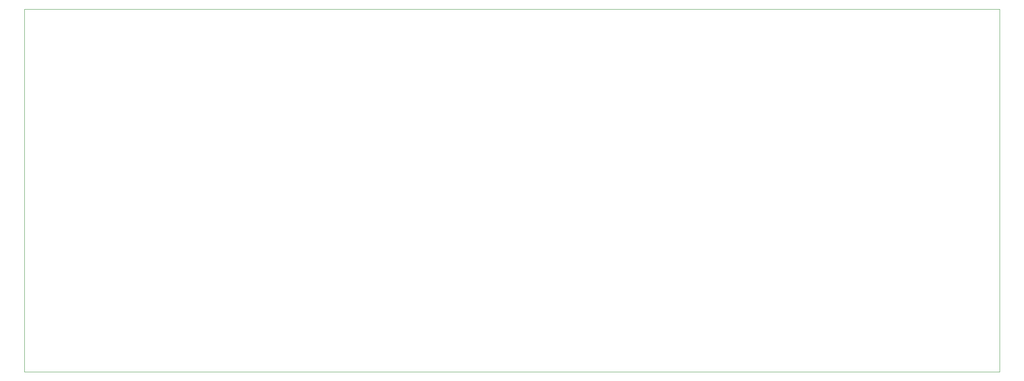
<source format=gbr>
G04*
G04 #@! TF.GenerationSoftware,Altium Limited,Altium Designer,22.4.2 (48)*
G04*
G04 Layer_Color=0*
%FSLAX24Y24*%
%MOIN*%
G70*
G04*
G04 #@! TF.SameCoordinates,A9630A7D-A4A5-49CB-BB12-AA859E33B044*
G04*
G04*
G04 #@! TF.FilePolarity,Positive*
G04*
G01*
G75*
%ADD92C,0.0010*%
D92*
X8700Y9200D02*
X90100D01*
Y39500D01*
X8700D01*
Y9200D01*
M02*

</source>
